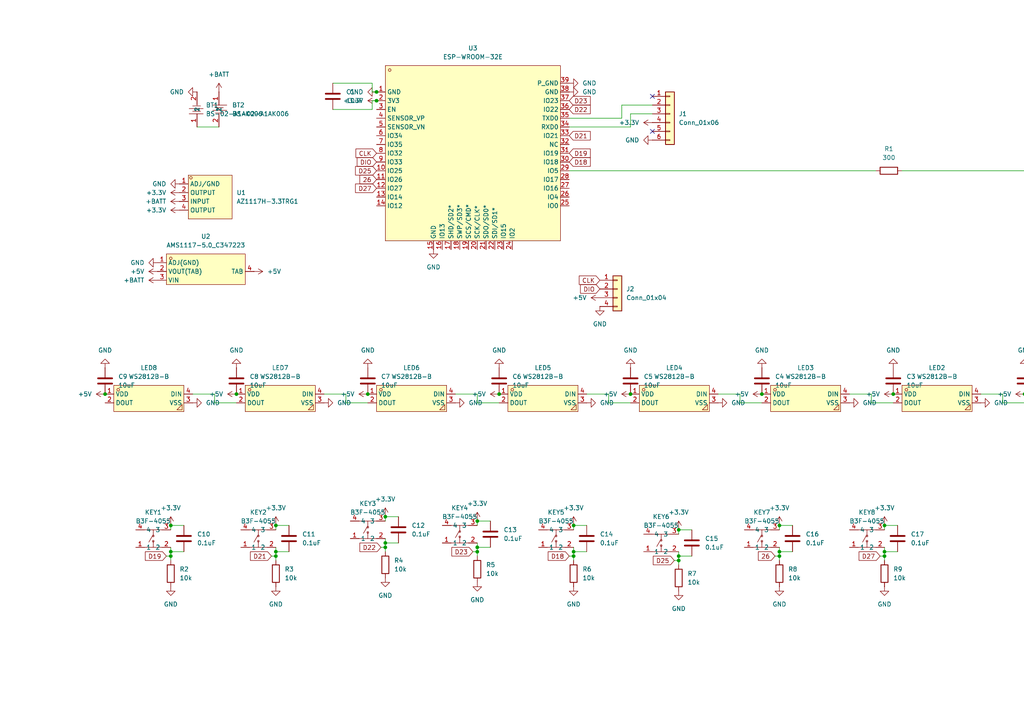
<source format=kicad_sch>
(kicad_sch (version 20231120) (generator "eeschema") (generator_version "8.0")
  (paper "A4")
  (lib_symbols
    (symbol "Connector_Generic:Conn_01x04" (pin_names (offset 1.016) hide)
      (property "Reference" "J" (at 0 5.08 0))
      (property "Value" "Conn_01x04" (at 0 -7.62 0))
      (symbol "Conn_01x04_1_1"
        (rectangle (start -1.27 -4.953) (end 0 -5.207) (stroke (width 0.1524)))
        (rectangle (start -1.27 -2.413) (end 0 -2.667) (stroke (width 0.1524)))
        (rectangle (start -1.27 0.127) (end 0 -0.127) (stroke (width 0.1524)))
        (rectangle (start -1.27 2.667) (end 0 2.413) (stroke (width 0.1524)))
        (rectangle (start -1.27 3.81) (end 1.27 -6.35) (stroke (width 0.254)) (fill (type background)))
        (pin passive line (at -5.08 2.54 0) (length 3.81) (name "Pin_1") (number "1"))
        (pin passive line (at -5.08 0 0) (length 3.81) (name "Pin_2") (number "2"))
        (pin passive line (at -5.08 -2.54 0) (length 3.81) (name "Pin_3") (number "3"))
        (pin passive line (at -5.08 -5.08 0) (length 3.81) (name "Pin_4") (number "4"))
      )
    )
    (symbol "Connector_Generic:Conn_01x06" (pin_names (offset 1.016) hide)
      (property "Reference" "J" (at 0 7.62 0))
      (property "Value" "Conn_01x06" (at 0 -10.16 0))
      (symbol "Conn_01x06_1_1"
        (rectangle (start -1.27 -7.493) (end 0 -7.747) (stroke (width 0.1524)))
        (rectangle (start -1.27 -4.953) (end 0 -5.207) (stroke (width 0.1524)))
        (rectangle (start -1.27 -2.413) (end 0 -2.667) (stroke (width 0.1524)))
        (rectangle (start -1.27 0.127) (end 0 -0.127) (stroke (width 0.1524)))
        (rectangle (start -1.27 2.667) (end 0 2.413) (stroke (width 0.1524)))
        (rectangle (start -1.27 5.207) (end 0 4.953) (stroke (width 0.1524)))
        (rectangle (start -1.27 6.35) (end 1.27 -8.89) (stroke (width 0.254)) (fill (type background)))
        (pin passive line (at -5.08 5.08 0) (length 3.81) (name "Pin_1") (number "1"))
        (pin passive line (at -5.08 2.54 0) (length 3.81) (name "Pin_2") (number "2"))
        (pin passive line (at -5.08 0 0) (length 3.81) (name "Pin_3") (number "3"))
        (pin passive line (at -5.08 -2.54 0) (length 3.81) (name "Pin_4") (number "4"))
        (pin passive line (at -5.08 -5.08 0) (length 3.81) (name "Pin_5") (number "5"))
        (pin passive line (at -5.08 -7.62 0) (length 3.81) (name "Pin_6") (number "6"))
      )
    )
    (symbol "Device:C" (pin_numbers hide) (pin_names (offset 0.254))
      (property "Reference" "C" (at 0.635 2.54 0))
      (property "Value" "C" (at 0.635 -2.54 0))
      (symbol "C_0_1"
        (polyline (pts (xy -2.032 -0.762) (xy 2.032 -0.762)) (stroke (width 0.508)))
        (polyline (pts (xy -2.032 0.762) (xy 2.032 0.762)) (stroke (width 0.508)))
      )
      (symbol "C_1_1"
        (pin passive line (at 0 3.81 270) (length 2.794) (name "~") (number "1"))
        (pin passive line (at 0 -3.81 90) (length 2.794) (name "~") (number "2"))
      )
    )
    (symbol "Device:R" (pin_numbers hide) (pin_names (offset 0))
      (property "Reference" "R" (at 2.032 0 90))
      (property "Value" "R" (at 0 0 90))
      (symbol "R_0_1"
        (rectangle (start -1.016 -2.54) (end 1.016 2.54) (stroke (width 0.254)))
      )
      (symbol "R_1_1"
        (pin passive line (at 0 3.81 270) (length 1.27) (name "~") (number "1"))
        (pin passive line (at 0 -3.81 90) (length 1.27) (name "~") (number "2"))
      )
    )
    (symbol "easyeda2kicad:AMS1117-5.0_C347223"
      (property "Reference" "U" (at 0 7.62 0))
      (property "Value" "AMS1117-5.0_C347223" (at 0 -7.62 0))
      (symbol "AMS1117-5.0_C347223_0_1"
        (rectangle (start -12.7 5.08) (end 10.16 -3.81) (fill (type background)))
        (circle (center -11.43 3.81) (radius 0.38))
        (pin unspecified line (at -15.24 2.54 0) (length 2.54) (name "ADJ(GND)") (number "1"))
        (pin unspecified line (at -15.24 0 0) (length 2.54) (name "VOUT(TAB)") (number "2"))
        (pin unspecified line (at -15.24 -2.54 0) (length 2.54) (name "VIN") (number "3"))
        (pin unspecified line (at 12.7 0 180) (length 2.54) (name "TAB") (number "4"))
      )
    )
    (symbol "easyeda2kicad:AZ1117H-3.3TRG1"
      (property "Reference" "U" (at 0 8.89 0))
      (property "Value" "AZ1117H-3.3TRG1" (at 0 -8.89 0))
      (symbol "AZ1117H-3.3TRG1_0_1"
        (rectangle (start -5.08 6.35) (end 7.62 -6.35) (fill (type background)))
        (circle (center -4.32 5.59) (radius 0.38))
        (pin unspecified line (at -7.62 3.81 0) (length 2.54) (name "ADJ/GND") (number "1"))
        (pin unspecified line (at -7.62 1.27 0) (length 2.54) (name "OUTPUT") (number "2"))
        (pin unspecified line (at -7.62 -1.27 0) (length 2.54) (name "INPUT") (number "3"))
        (pin unspecified line (at -7.62 -3.81 0) (length 2.54) (name "OUTPUT") (number "4"))
      )
    )
    (symbol "easyeda2kicad:B3F-4055"
      (property "Reference" "KEY" (at 0 7.62 0))
      (property "Value" "B3F-4055" (at 0 -7.62 0))
      (symbol "B3F-4055_0_1"
        (circle (center 0 -0.76) (radius 0.25))
        (polyline (pts (xy -2.54 -2.54) (xy 2.54 -2.54)))
        (polyline (pts (xy -2.54 2.54) (xy 2.54 2.54)))
        (polyline (pts (xy -1.27 -1.02) (xy -0.25 0.76)))
        (polyline (pts (xy 0 -2.54) (xy 0 -1.52)))
        (polyline (pts (xy 0 -1.52) (xy 0 -0.76)))
        (polyline (pts (xy 0 2.54) (xy 0 0.76)))
        (circle (center 0 0.76) (radius 0.25))
        (pin unspecified line (at -5.08 -2.54 0) (length 2.54) (name "1") (number "1"))
        (pin unspecified line (at 5.08 -2.54 180) (length 2.54) (name "2") (number "2"))
        (pin unspecified line (at 5.08 2.54 180) (length 2.54) (name "3") (number "3"))
        (pin unspecified line (at -5.08 2.54 0) (length 2.54) (name "4") (number "4"))
      )
    )
    (symbol "easyeda2kicad:BS-02-A1AK006"
      (property "Reference" "BT" (at 0 5.08 0))
      (property "Value" "BS-02-A1AK006" (at 0 -5.08 0))
      (symbol "BS-02-A1AK006_0_1"
        (polyline (pts (xy -1.27 2.29) (xy -1.27 -1.78)))
        (polyline (pts (xy -0.51 1.27) (xy -0.51 -1.02)))
        (polyline (pts (xy 0.25 2.29) (xy 0.25 -1.78)))
        (polyline (pts (xy 1.02 1.27) (xy 1.02 -1.02)))
        (pin input line (at -5.08 0 0) (length 3.81) (name "1") (number "1"))
        (pin input line (at 5.08 0 180) (length 3.81) (name "2") (number "2"))
      )
    )
    (symbol "easyeda2kicad:ESP-WROOM-32E"
      (property "Reference" "U" (at 0 27.94 0))
      (property "Value" "ESP-WROOM-32E" (at 0 -30.48 0))
      (symbol "ESP-WROOM-32E_0_1"
        (rectangle (start -25.4 27.94) (end 25.4 -22.86) (fill (type background)))
        (circle (center -24.13 26.67) (radius 0.38))
        (pin unspecified line (at -27.94 20.32 0) (length 2.54) (name "GND") (number "1"))
        (pin unspecified line (at -27.94 -2.54 0) (length 2.54) (name "IO25") (number "10"))
        (pin unspecified line (at -27.94 -5.08 0) (length 2.54) (name "IO26") (number "11"))
        (pin unspecified line (at -27.94 -7.62 0) (length 2.54) (name "IO27") (number "12"))
        (pin unspecified line (at -27.94 -10.16 0) (length 2.54) (name "IO14") (number "13"))
        (pin unspecified line (at -27.94 -12.7 0) (length 2.54) (name "IO12") (number "14"))
        (pin unspecified line (at -11.43 -25.4 90) (length 2.54) (name "GND") (number "15"))
        (pin unspecified line (at -8.89 -25.4 90) (length 2.54) (name "IO13") (number "16"))
        (pin unspecified line (at -6.35 -25.4 90) (length 2.54) (name "SHD/SD2*") (number "17"))
        (pin unspecified line (at -3.81 -25.4 90) (length 2.54) (name "SWP/SD3*") (number "18"))
        (pin unspecified line (at -1.27 -25.4 90) (length 2.54) (name "SCS/CMD*") (number "19"))
        (pin unspecified line (at -27.94 17.78 0) (length 2.54) (name "3V3") (number "2"))
        (pin unspecified line (at 1.27 -25.4 90) (length 2.54) (name "SCK/CLK*") (number "20"))
        (pin unspecified line (at 3.81 -25.4 90) (length 2.54) (name "SDO/SD0*") (number "21"))
        (pin unspecified line (at 6.35 -25.4 90) (length 2.54) (name "SDI/SD1*") (number "22"))
        (pin unspecified line (at 8.89 -25.4 90) (length 2.54) (name "IO15") (number "23"))
        (pin unspecified line (at 11.43 -25.4 90) (length 2.54) (name "IO2") (number "24"))
        (pin unspecified line (at 27.94 -12.7 180) (length 2.54) (name "IO0") (number "25"))
        (pin unspecified line (at 27.94 -10.16 180) (length 2.54) (name "IO4") (number "26"))
        (pin unspecified line (at 27.94 -7.62 180) (length 2.54) (name "IO16") (number "27"))
        (pin unspecified line (at 27.94 -5.08 180) (length 2.54) (name "IO17") (number "28"))
        (pin unspecified line (at 27.94 -2.54 180) (length 2.54) (name "IO5") (number "29"))
        (pin unspecified line (at -27.94 15.24 0) (length 2.54) (name "EN") (number "3"))
        (pin unspecified line (at 27.94 0 180) (length 2.54) (name "IO18") (number "30"))
        (pin unspecified line (at 27.94 2.54 180) (length 2.54) (name "IO19") (number "31"))
        (pin unspecified line (at 27.94 5.08 180) (length 2.54) (name "NC") (number "32"))
        (pin unspecified line (at 27.94 7.62 180) (length 2.54) (name "IO21") (number "33"))
        (pin unspecified line (at 27.94 10.16 180) (length 2.54) (name "RXD0") (number "34"))
        (pin unspecified line (at 27.94 12.7 180) (length 2.54) (name "TXD0") (number "35"))
        (pin unspecified line (at 27.94 15.24 180) (length 2.54) (name "IO22") (number "36"))
        (pin unspecified line (at 27.94 17.78 180) (length 2.54) (name "IO23") (number "37"))
        (pin unspecified line (at 27.94 20.32 180) (length 2.54) (name "GND") (number "38"))
        (pin unspecified line (at 27.94 22.86 180) (length 2.54) (name "P_GND") (number "39"))
        (pin unspecified line (at -27.94 12.7 0) (length 2.54) (name "SENSOR_VP") (number "4"))
        (pin unspecified line (at -27.94 10.16 0) (length 2.54) (name "SENSOR_VN") (number "5"))
        (pin unspecified line (at -27.94 7.62 0) (length 2.54) (name "IO34") (number "6"))
        (pin unspecified line (at -27.94 5.08 0) (length 2.54) (name "IO35") (number "7"))
        (pin unspecified line (at -27.94 2.54 0) (length 2.54) (name "IO32") (number "8"))
        (pin unspecified line (at -27.94 0 0) (length 2.54) (name "IO33") (number "9"))
      )
    )
    (symbol "easyeda2kicad:WS2812B-B"
      (property "Reference" "LED" (at 0 6.35 0))
      (property "Value" "WS2812B-B" (at 0 -6.35 0))
      (symbol "WS2812B-B_0_1"
        (rectangle (start -10.16 3.81) (end 10.16 -3.81) (fill (type background)))
        (circle (center -8.89 2.54) (radius 0.38))
        (polyline (pts (xy 9.65 -1.78) (xy 9.65 -3.3) (xy 8.13 -3.3) (xy 9.65 -1.78)) (fill (type background)))
        (pin unspecified line (at -12.7 1.27 0) (length 2.54) (name "VDD") (number "1"))
        (pin unspecified line (at -12.7 -1.27 0) (length 2.54) (name "DOUT") (number "2"))
        (pin unspecified line (at 12.7 -1.27 180) (length 2.54) (name "VSS") (number "3"))
        (pin unspecified line (at 12.7 1.27 180) (length 2.54) (name "DIN") (number "4"))
      )
    )
    (symbol "power:+3.3V" (power) (pin_numbers hide) (pin_names (offset 0) hide)
      (property "Value" "+3.3V" (at 0 3.556 0))
      (symbol "+3.3V_0_1"
        (polyline (pts (xy -0.762 1.27) (xy 0 2.54)))
        (polyline (pts (xy 0 0) (xy 0 2.54)))
        (polyline (pts (xy 0 2.54) (xy 0.762 1.27)))
      )
      (symbol "+3.3V_1_1"
        (pin power_in line (at 0 0 90) (length 0) (name "~") (number "1"))
      )
    )
    (symbol "power:+5V" (power) (pin_numbers hide) (pin_names (offset 0) hide)
      (property "Value" "+5V" (at 0 3.556 0))
      (symbol "+5V_0_1"
        (polyline (pts (xy -0.762 1.27) (xy 0 2.54)))
        (polyline (pts (xy 0 0) (xy 0 2.54)))
        (polyline (pts (xy 0 2.54) (xy 0.762 1.27)))
      )
      (symbol "+5V_1_1"
        (pin power_in line (at 0 0 90) (length 0) (name "~") (number "1"))
      )
    )
    (symbol "power:+BATT" (power) (pin_numbers hide) (pin_names (offset 0) hide)
      (property "Value" "+BATT" (at 0 3.556 0))
      (symbol "+BATT_0_1"
        (polyline (pts (xy -0.762 1.27) (xy 0 2.54)))
        (polyline (pts (xy 0 0) (xy 0 2.54)))
        (polyline (pts (xy 0 2.54) (xy 0.762 1.27)))
      )
      (symbol "+BATT_1_1"
        (pin power_in line (at 0 0 90) (length 0) (name "~") (number "1"))
      )
    )
    (symbol "power:GND" (power) (pin_numbers hide) (pin_names (offset 0) hide)
      (property "Value" "GND" (at 0 -3.81 0))
      (symbol "GND_0_1"
        (polyline (pts (xy 0 0) (xy 0 -1.27) (xy 1.27 -1.27) (xy 0 -2.54) (xy -1.27 -1.27) (xy 0 -1.27)))
      )
      (symbol "GND_1_1"
        (pin power_in line (at 0 0 270) (length 0) (name "~") (number "1"))
      )
    )
  )
  (junction (at 256.54 161.29))
  (junction (at 80.01 160.02))
  (junction (at 226.06 161.29))
  (junction (at 166.37 152.4))
  (junction (at 138.43 158.75))
  (junction (at 138.43 151.13))
  (junction (at 111.76 149.86))
  (junction (at 106.68 114.3))
  (junction (at 196.85 162.56))
  (junction (at 144.78 114.3))
  (junction (at 138.43 160.02))
  (junction (at 109.22 26.67))
  (junction (at 111.76 157.48))
  (junction (at 297.18 114.3))
  (junction (at 166.37 161.29))
  (junction (at 49.53 161.29))
  (junction (at 256.54 160.02))
  (junction (at 49.53 160.02))
  (junction (at 166.37 160.02))
  (junction (at 256.54 152.4))
  (junction (at 196.85 153.67))
  (junction (at 68.58 114.3))
  (junction (at 226.06 160.02))
  (junction (at 259.08 114.3))
  (junction (at 111.76 158.75))
  (junction (at 226.06 152.4))
  (junction (at 80.01 161.29))
  (junction (at 196.85 161.29))
  (junction (at 49.53 152.4))
  (junction (at 220.98 114.3))
  (junction (at 109.22 29.21))
  (junction (at 80.01 152.4))
  (junction (at 30.48 114.3))
  (junction (at 182.88 114.3))
  (no_connect (at 189.23 38.1))
  (no_connect (at 189.23 27.94))
  (wire (pts (xy 96.52 24.13) (xy 107.95 24.13)))
  (wire (pts (xy 195.58 162.56) (xy 196.85 162.56)))
  (wire (pts (xy 256.54 160.02) (xy 256.54 161.29)))
  (wire (pts (xy 176.53 116.84) (xy 176.53 114.3)))
  (wire (pts (xy 297.18 116.84) (xy 290.83 116.84)))
  (wire (pts (xy 226.06 160.02) (xy 229.87 160.02)))
  (wire (pts (xy 226.06 160.02) (xy 226.06 158.75)))
  (wire (pts (xy 196.85 153.67) (xy 196.85 154.94)))
  (wire (pts (xy 214.63 116.84) (xy 214.63 114.3)))
  (wire (pts (xy 165.1 49.53) (xy 254 49.53)))
  (wire (pts (xy 165.1 161.29) (xy 166.37 161.29)))
  (wire (pts (xy 138.43 114.3) (xy 132.08 114.3)))
  (wire (pts (xy 111.76 158.75) (xy 111.76 160.02)))
  (wire (pts (xy 111.76 157.48) (xy 111.76 158.75)))
  (wire (pts (xy 322.58 114.3) (xy 322.58 49.53)))
  (wire (pts (xy 170.18 152.4) (xy 166.37 152.4)))
  (wire (pts (xy 166.37 160.02) (xy 166.37 158.75)))
  (wire (pts (xy 80.01 161.29) (xy 80.01 162.56)))
  (wire (pts (xy 255.27 161.29) (xy 256.54 161.29)))
  (wire (pts (xy 96.52 31.75) (xy 107.95 31.75)))
  (wire (pts (xy 260.35 152.4) (xy 256.54 152.4)))
  (wire (pts (xy 182.88 36.83) (xy 165.1 36.83)))
  (wire (pts (xy 83.82 152.4) (xy 80.01 152.4)))
  (wire (pts (xy 107.95 26.67) (xy 109.22 26.67)))
  (wire (pts (xy 196.85 161.29) (xy 196.85 160.02)))
  (wire (pts (xy 229.87 152.4) (xy 226.06 152.4)))
  (wire (pts (xy 111.76 149.86) (xy 111.76 151.13)))
  (wire (pts (xy 78.74 161.29) (xy 80.01 161.29)))
  (wire (pts (xy 138.43 158.75) (xy 138.43 160.02)))
  (wire (pts (xy 49.53 160.02) (xy 49.53 158.75)))
  (wire (pts (xy 107.95 24.13) (xy 107.95 26.67)))
  (wire (pts (xy 180.34 30.48) (xy 189.23 30.48)))
  (wire (pts (xy 290.83 114.3) (xy 284.48 114.3)))
  (wire (pts (xy 57.15 36.83) (xy 63.5 36.83)))
  (wire (pts (xy 256.54 160.02) (xy 260.35 160.02)))
  (wire (pts (xy 165.1 34.29) (xy 180.34 34.29)))
  (wire (pts (xy 166.37 152.4) (xy 166.37 153.67)))
  (wire (pts (xy 226.06 152.4) (xy 226.06 153.67)))
  (wire (pts (xy 200.66 153.67) (xy 196.85 153.67)))
  (wire (pts (xy 214.63 114.3) (xy 208.28 114.3)))
  (wire (pts (xy 256.54 160.02) (xy 256.54 158.75)))
  (wire (pts (xy 290.83 116.84) (xy 290.83 114.3)))
  (wire (pts (xy 226.06 161.29) (xy 226.06 162.56)))
  (wire (pts (xy 138.43 158.75) (xy 142.24 158.75)))
  (wire (pts (xy 256.54 152.4) (xy 256.54 153.67)))
  (wire (pts (xy 182.88 33.02) (xy 182.88 36.83)))
  (wire (pts (xy 80.01 160.02) (xy 80.01 161.29)))
  (wire (pts (xy 68.58 116.84) (xy 62.23 116.84)))
  (wire (pts (xy 49.53 161.29) (xy 49.53 162.56)))
  (wire (pts (xy 100.33 116.84) (xy 100.33 114.3)))
  (wire (pts (xy 138.43 160.02) (xy 138.43 161.29)))
  (wire (pts (xy 111.76 157.48) (xy 115.57 157.48)))
  (wire (pts (xy 256.54 161.29) (xy 256.54 162.56)))
  (wire (pts (xy 252.73 116.84) (xy 252.73 114.3)))
  (wire (pts (xy 80.01 160.02) (xy 83.82 160.02)))
  (wire (pts (xy 49.53 160.02) (xy 53.34 160.02)))
  (wire (pts (xy 80.01 160.02) (xy 80.01 158.75)))
  (wire (pts (xy 196.85 162.56) (xy 196.85 163.83)))
  (wire (pts (xy 62.23 114.3) (xy 55.88 114.3)))
  (wire (pts (xy 138.43 151.13) (xy 138.43 152.4)))
  (wire (pts (xy 189.23 33.02) (xy 182.88 33.02)))
  (wire (pts (xy 166.37 161.29) (xy 166.37 162.56)))
  (wire (pts (xy 115.57 149.86) (xy 111.76 149.86)))
  (wire (pts (xy 107.95 31.75) (xy 107.95 29.21)))
  (wire (pts (xy 100.33 114.3) (xy 93.98 114.3)))
  (wire (pts (xy 196.85 161.29) (xy 196.85 162.56)))
  (wire (pts (xy 107.95 29.21) (xy 109.22 29.21)))
  (wire (pts (xy 62.23 116.84) (xy 62.23 114.3)))
  (wire (pts (xy 224.79 161.29) (xy 226.06 161.29)))
  (wire (pts (xy 322.58 49.53) (xy 261.62 49.53)))
  (wire (pts (xy 53.34 152.4) (xy 49.53 152.4)))
  (wire (pts (xy 176.53 114.3) (xy 170.18 114.3)))
  (wire (pts (xy 106.68 116.84) (xy 100.33 116.84)))
  (wire (pts (xy 226.06 160.02) (xy 226.06 161.29)))
  (wire (pts (xy 110.49 158.75) (xy 111.76 158.75)))
  (wire (pts (xy 49.53 160.02) (xy 49.53 161.29)))
  (wire (pts (xy 166.37 160.02) (xy 166.37 161.29)))
  (wire (pts (xy 111.76 157.48) (xy 111.76 156.21)))
  (wire (pts (xy 49.53 152.4) (xy 49.53 153.67)))
  (wire (pts (xy 144.78 116.84) (xy 138.43 116.84)))
  (wire (pts (xy 196.85 161.29) (xy 200.66 161.29)))
  (wire (pts (xy 137.16 160.02) (xy 138.43 160.02)))
  (wire (pts (xy 48.26 161.29) (xy 49.53 161.29)))
  (wire (pts (xy 259.08 116.84) (xy 252.73 116.84)))
  (wire (pts (xy 182.88 116.84) (xy 176.53 116.84)))
  (wire (pts (xy 142.24 151.13) (xy 138.43 151.13)))
  (wire (pts (xy 166.37 160.02) (xy 170.18 160.02)))
  (wire (pts (xy 252.73 114.3) (xy 246.38 114.3)))
  (wire (pts (xy 220.98 116.84) (xy 214.63 116.84)))
  (wire (pts (xy 138.43 116.84) (xy 138.43 114.3)))
  (wire (pts (xy 80.01 152.4) (xy 80.01 153.67)))
  (wire (pts (xy 138.43 158.75) (xy 138.43 157.48)))
  (wire (pts (xy 180.34 34.29) (xy 180.34 30.48)))
  (global_label "D21" (shape input) (at 78.74 161.29 180) (property "Intersheetrefs" "${INTERSHEET_REFS}" (effects (hide yes))))
  (global_label "D22" (shape input) (at 110.49 158.75 180) (property "Intersheetrefs" "${INTERSHEET_REFS}" (effects (hide yes))))
  (global_label "D18" (shape input) (at 165.1 46.99 0) (property "Intersheetrefs" "${INTERSHEET_REFS}" (effects (hide yes))))
  (global_label "D22" (shape input) (at 165.1 31.75 0) (property "Intersheetrefs" "${INTERSHEET_REFS}" (effects (hide yes))))
  (global_label "CLK" (shape input) (at 109.22 44.45 180) (property "Intersheetrefs" "${INTERSHEET_REFS}" (effects (hide yes))))
  (global_label "D19" (shape input) (at 165.1 44.45 0) (property "Intersheetrefs" "${INTERSHEET_REFS}" (effects (hide yes))))
  (global_label "D23" (shape input) (at 165.1 29.21 0) (property "Intersheetrefs" "${INTERSHEET_REFS}" (effects (hide yes))))
  (global_label "26" (shape input) (at 109.22 52.07 180) (property "Intersheetrefs" "${INTERSHEET_REFS}" (effects (hide yes))))
  (global_label "D27" (shape input) (at 255.27 161.29 180) (property "Intersheetrefs" "${INTERSHEET_REFS}" (effects (hide yes))))
  (global_label "DIO" (shape input) (at 173.99 83.82 180) (property "Intersheetrefs" "${INTERSHEET_REFS}" (effects (hide yes))))
  (global_label "D23" (shape input) (at 137.16 160.02 180) (property "Intersheetrefs" "${INTERSHEET_REFS}" (effects (hide yes))))
  (global_label "CLK" (shape input) (at 173.99 81.28 180) (property "Intersheetrefs" "${INTERSHEET_REFS}" (effects (hide yes))))
  (global_label "D25" (shape input) (at 195.58 162.56 180) (property "Intersheetrefs" "${INTERSHEET_REFS}" (effects (hide yes))))
  (global_label "D18" (shape input) (at 165.1 161.29 180) (property "Intersheetrefs" "${INTERSHEET_REFS}" (effects (hide yes))))
  (global_label "D25" (shape input) (at 109.22 49.53 180) (property "Intersheetrefs" "${INTERSHEET_REFS}" (effects (hide yes))))
  (global_label "D27" (shape input) (at 109.22 54.61 180) (property "Intersheetrefs" "${INTERSHEET_REFS}" (effects (hide yes))))
  (global_label "DIO" (shape input) (at 109.22 46.99 180) (property "Intersheetrefs" "${INTERSHEET_REFS}" (effects (hide yes))))
  (global_label "D19" (shape input) (at 48.26 161.29 180) (property "Intersheetrefs" "${INTERSHEET_REFS}" (effects (hide yes))))
  (global_label "26" (shape input) (at 224.79 161.29 180) (property "Intersheetrefs" "${INTERSHEET_REFS}" (effects (hide yes))))
  (global_label "D21" (shape input) (at 165.1 39.37 0) (property "Intersheetrefs" "${INTERSHEET_REFS}" (effects (hide yes))))
  (symbol (lib_id "power:+3.3V") (at 189.23 35.56 90) (unit 1)
    (property "Reference" "#PWR016" (effects (hide yes)))
    (property "Value" "+3.3V" (at 185.42 35.5599 90) (effects (justify left)))
    (property "Description" "Power symbol creates a global label with name \"+3.3V\"" (effects (hide yes)))
  )
  (symbol (lib_id "power:GND") (at 49.53 170.18 0) (unit 1)
    (property "Reference" "#PWR043" (effects (hide yes)))
    (property "Value" "GND" (at 49.53 175.26 0))
    (property "Description" "Power symbol creates a global label with name \"GND\" , ground" (effects (hide yes)))
  )
  (symbol (lib_id "easyeda2kicad:WS2812B-B") (at 81.28 115.57 0) (unit 1)
    (property "Reference" "LED7" (at 81.28 106.68 0))
    (property "Value" "WS2812B-B" (at 81.28 109.22 0))
    (property "Footprint" "easyeda2kicad:LED-SMD_4P-L5.0-W5.0-BL_TC5050RGB" (effects (hide yes)))
    (property "Datasheet" "https://lcsc.com/product-detail/Light-Emitting-Diodes-LED_5050-RGBIntegrated-Light-4Pin_C114586.html" (effects (hide yes)))
    (property "LCSC Part" "C114586" (effects (hide yes)))
  )
  (symbol (lib_id "Device:C") (at 220.98 110.49 0) (unit 1)
    (property "Reference" "C4" (at 224.79 109.2199 0) (effects (justify left)))
    (property "Value" "10uF" (at 224.79 111.7599 0) (effects (justify left)))
    (property "Footprint" "Capacitor_SMD:C_0603_1608Metric" (effects (hide yes)))
    (property "Description" "Unpolarized capacitor" (effects (hide yes)))
    (property "LCSC" "C19702" (effects (hide yes)))
  )
  (symbol (lib_id "power:GND") (at 182.88 106.68 180) (unit 1)
    (property "Reference" "#PWR027" (effects (hide yes)))
    (property "Value" "GND" (at 182.88 101.6 0))
    (property "Description" "Power symbol creates a global label with name \"GND\" , ground" (effects (hide yes)))
  )
  (symbol (lib_id "Device:C") (at 170.18 156.21 0) (unit 1)
    (property "Reference" "C14" (at 173.99 154.9399 0) (effects (justify left)))
    (property "Value" "0.1uF" (at 173.99 157.4799 0) (effects (justify left)))
    (property "Footprint" "Capacitor_SMD:C_0603_1608Metric" (effects (hide yes)))
    (property "Description" "Unpolarized capacitor" (effects (hide yes)))
    (property "LCSC" "C282519" (effects (hide yes)))
  )
  (symbol (lib_id "power:GND") (at 165.1 24.13 90) (unit 1)
    (property "Reference" "#PWR014" (effects (hide yes)))
    (property "Value" "GND" (at 168.91 24.1299 90) (effects (justify right)))
    (property "Description" "Power symbol creates a global label with name \"GND\" , ground" (effects (hide yes)))
  )
  (symbol (lib_id "power:+3.3V") (at 166.37 152.4 0) (unit 1)
    (property "Reference" "#PWR050" (effects (hide yes)))
    (property "Value" "+3.3V" (at 166.37 147.32 0))
    (property "Description" "Power symbol creates a global label with name \"+3.3V\"" (effects (hide yes)))
  )
  (symbol (lib_id "power:GND") (at 30.48 106.68 180) (unit 1)
    (property "Reference" "#PWR039" (effects (hide yes)))
    (property "Value" "GND" (at 30.48 101.6 0))
    (property "Description" "Power symbol creates a global label with name \"GND\" , ground" (effects (hide yes)))
  )
  (symbol (lib_id "power:+3.3V") (at 111.76 149.86 0) (unit 1)
    (property "Reference" "#PWR046" (effects (hide yes)))
    (property "Value" "+3.3V" (at 111.76 144.78 0))
    (property "Description" "Power symbol creates a global label with name \"+3.3V\"" (effects (hide yes)))
  )
  (symbol (lib_id "easyeda2kicad:AMS1117-5.0_C347223") (at 60.96 78.74 0) (unit 1)
    (property "Reference" "U2" (at 59.69 68.58 0))
    (property "Value" "AMS1117-5.0_C347223" (at 59.69 71.12 0))
    (property "Footprint" "easyeda2kicad:SOT-223_L6.7-W3.5-P2.30-BR" (effects (hide yes)))
    (property "Datasheet" "https://lcsc.com/product-detail/Others_Youtai-Semiconductor-Co-Ltd-AMS1117-5-0_C347223.html" (effects (hide yes)))
    (property "LCSC Part" "C347223" (effects (hide yes)))
  )
  (symbol (lib_id "power:+5V") (at 259.08 114.3 90) (unit 1)
    (property "Reference" "#PWR022" (effects (hide yes)))
    (property "Value" "+5V" (at 255.27 114.2999 90) (effects (justify left)))
    (property "Description" "Power symbol creates a global label with name \"+5V\"" (effects (hide yes)))
  )
  (symbol (lib_id "power:GND") (at 144.78 106.68 180) (unit 1)
    (property "Reference" "#PWR030" (effects (hide yes)))
    (property "Value" "GND" (at 144.78 101.6 0))
    (property "Description" "Power symbol creates a global label with name \"GND\" , ground" (effects (hide yes)))
  )
  (symbol (lib_id "power:GND") (at 208.28 116.84 90) (unit 1)
    (property "Reference" "#PWR029" (effects (hide yes)))
    (property "Value" "GND" (at 212.09 116.8399 90) (effects (justify right)))
    (property "Description" "Power symbol creates a global label with name \"GND\" , ground" (effects (hide yes)))
  )
  (symbol (lib_id "easyeda2kicad:WS2812B-B") (at 271.78 115.57 0) (unit 1)
    (property "Reference" "LED2" (at 271.78 106.68 0))
    (property "Value" "WS2812B-B" (at 271.78 109.22 0))
    (property "Footprint" "easyeda2kicad:LED-SMD_4P-L5.0-W5.0-BL_TC5050RGB" (effects (hide yes)))
    (property "Datasheet" "https://lcsc.com/product-detail/Light-Emitting-Diodes-LED_5050-RGBIntegrated-Light-4Pin_C114586.html" (effects (hide yes)))
    (property "LCSC Part" "C114586" (effects (hide yes)))
  )
  (symbol (lib_id "easyeda2kicad:WS2812B-B") (at 309.88 115.57 0) (unit 1)
    (property "Reference" "LED1" (at 309.88 106.68 0))
    (property "Value" "WS2812B-B" (at 309.88 109.22 0))
    (property "Footprint" "easyeda2kicad:LED-SMD_4P-L5.0-W5.0-BL_TC5050RGB" (effects (hide yes)))
    (property "Datasheet" "https://lcsc.com/product-detail/Light-Emitting-Diodes-LED_5050-RGBIntegrated-Light-4Pin_C114586.html" (effects (hide yes)))
    (property "LCSC Part" "C114586" (effects (hide yes)))
  )
  (symbol (lib_id "power:+5V") (at 106.68 114.3 90) (unit 1)
    (property "Reference" "#PWR034" (effects (hide yes)))
    (property "Value" "+5V" (at 102.87 114.2999 90) (effects (justify left)))
    (property "Description" "Power symbol creates a global label with name \"+5V\"" (effects (hide yes)))
  )
  (symbol (lib_id "power:+3.3V") (at 138.43 151.13 0) (unit 1)
    (property "Reference" "#PWR048" (effects (hide yes)))
    (property "Value" "+3.3V" (at 138.43 146.05 0))
    (property "Description" "Power symbol creates a global label with name \"+3.3V\"" (effects (hide yes)))
  )
  (symbol (lib_id "power:GND") (at 125.73 72.39 0) (unit 1)
    (property "Reference" "#PWR013" (effects (hide yes)))
    (property "Value" "GND" (at 125.73 77.47 0))
    (property "Description" "Power symbol creates a global label with name \"GND\" , ground" (effects (hide yes)))
  )
  (symbol (lib_id "power:GND") (at 246.38 116.84 90) (unit 1)
    (property "Reference" "#PWR026" (effects (hide yes)))
    (property "Value" "GND" (at 250.19 116.8399 90) (effects (justify right)))
    (property "Description" "Power symbol creates a global label with name \"GND\" , ground" (effects (hide yes)))
  )
  (symbol (lib_id "power:GND") (at 55.88 116.84 90) (unit 1)
    (property "Reference" "#PWR041" (effects (hide yes)))
    (property "Value" "GND" (at 59.69 116.8399 90) (effects (justify right)))
    (property "Description" "Power symbol creates a global label with name \"GND\" , ground" (effects (hide yes)))
  )
  (symbol (lib_id "power:+BATT") (at 45.72 81.28 90) (unit 1)
    (property "Reference" "#PWR03" (effects (hide yes)))
    (property "Value" "+BATT" (at 41.91 81.2799 90) (effects (justify left)))
    (property "Description" "Power symbol creates a global label with name \"+BATT\"" (effects (hide yes)))
  )
  (symbol (lib_id "power:+3.3V") (at 109.22 29.21 90) (unit 1)
    (property "Reference" "#PWR012" (effects (hide yes)))
    (property "Value" "+3.3V" (at 105.41 29.2099 90) (effects (justify left)))
    (property "Description" "Power symbol creates a global label with name \"+3.3V\"" (effects (hide yes)))
  )
  (symbol (lib_id "power:GND") (at 106.68 106.68 180) (unit 1)
    (property "Reference" "#PWR033" (effects (hide yes)))
    (property "Value" "GND" (at 106.68 101.6 0))
    (property "Description" "Power symbol creates a global label with name \"GND\" , ground" (effects (hide yes)))
  )
  (symbol (lib_id "power:GND") (at 196.85 171.45 0) (unit 1)
    (property "Reference" "#PWR053" (effects (hide yes)))
    (property "Value" "GND" (at 196.85 176.53 0))
    (property "Description" "Power symbol creates a global label with name \"GND\" , ground" (effects (hide yes)))
  )
  (symbol (lib_id "Device:C") (at 68.58 110.49 0) (unit 1)
    (property "Reference" "C8" (at 72.39 109.2199 0) (effects (justify left)))
    (property "Value" "10uF" (at 72.39 111.7599 0) (effects (justify left)))
    (property "Footprint" "Capacitor_SMD:C_0603_1608Metric" (effects (hide yes)))
    (property "Description" "Unpolarized capacitor" (effects (hide yes)))
    (property "LCSC" "C19702" (effects (hide yes)))
  )
  (symbol (lib_id "Device:R") (at 226.06 166.37 180) (unit 1)
    (property "Reference" "R8" (at 228.6 165.0999 0) (effects (justify right)))
    (property "Value" "10k" (at 228.6 167.6399 0) (effects (justify right)))
    (property "Footprint" "Resistor_SMD:R_0603_1608Metric" (effects (hide yes)))
    (property "Description" "Resistor" (effects (hide yes)))
    (property "LCSC" "C25804" (effects (hide yes)))
  )
  (symbol (lib_id "Device:C") (at 229.87 156.21 0) (unit 1)
    (property "Reference" "C16" (at 233.68 154.9399 0) (effects (justify left)))
    (property "Value" "0.1uF" (at 233.68 157.4799 0) (effects (justify left)))
    (property "Footprint" "Capacitor_SMD:C_0603_1608Metric" (effects (hide yes)))
    (property "Description" "Unpolarized capacitor" (effects (hide yes)))
    (property "LCSC" "C282519" (effects (hide yes)))
  )
  (symbol (lib_id "power:GND") (at 284.48 116.84 90) (unit 1)
    (property "Reference" "#PWR023" (effects (hide yes)))
    (property "Value" "GND" (at 288.29 116.8399 90) (effects (justify right)))
    (property "Description" "Power symbol creates a global label with name \"GND\" , ground" (effects (hide yes)))
  )
  (symbol (lib_id "power:+BATT") (at 63.5 26.67 0) (unit 1)
    (property "Reference" "#PWR09" (effects (hide yes)))
    (property "Value" "+BATT" (at 63.5 21.59 0))
    (property "Description" "Power symbol creates a global label with name \"+BATT\"" (effects (hide yes)))
  )
  (symbol (lib_id "Device:C") (at 142.24 154.94 0) (unit 1)
    (property "Reference" "C13" (at 146.05 153.6699 0) (effects (justify left)))
    (property "Value" "0.1uF" (at 146.05 156.2099 0) (effects (justify left)))
    (property "Footprint" "Capacitor_SMD:C_0603_1608Metric" (effects (hide yes)))
    (property "Description" "Unpolarized capacitor" (effects (hide yes)))
    (property "LCSC" "C282519" (effects (hide yes)))
  )
  (symbol (lib_id "power:GND") (at 322.58 116.84 90) (unit 1)
    (property "Reference" "#PWR019" (effects (hide yes)))
    (property "Value" "GND" (at 326.39 116.8399 90) (effects (justify right)))
    (property "Description" "Power symbol creates a global label with name \"GND\" , ground" (effects (hide yes)))
  )
  (symbol (lib_id "easyeda2kicad:ESP-WROOM-32E") (at 137.16 46.99 0) (unit 1)
    (property "Reference" "U3" (at 137.16 13.97 0))
    (property "Value" "ESP-WROOM-32E" (at 137.16 16.51 0))
    (property "Footprint" "easyeda2kicad:COMM-SMD_ESP-WROOM-32D" (effects (hide yes)))
    (property "LCSC Part" "C19949066" (effects (hide yes)))
  )
  (symbol (lib_id "Device:C") (at 96.52 27.94 180) (unit 1)
    (property "Reference" "C1" (at 100.33 26.6699 0) (effects (justify right)))
    (property "Value" "10uF" (at 100.33 29.2099 0) (effects (justify right)))
    (property "Footprint" "Capacitor_SMD:C_0603_1608Metric" (effects (hide yes)))
    (property "Description" "Unpolarized capacitor" (effects (hide yes)))
    (property "LCSC" "C19702" (effects (hide yes)))
  )
  (symbol (lib_id "power:GND") (at 189.23 40.64 270) (unit 1)
    (property "Reference" "#PWR017" (effects (hide yes)))
    (property "Value" "GND" (at 185.42 40.6399 90) (effects (justify right)))
    (property "Description" "Power symbol creates a global label with name \"GND\" , ground" (effects (hide yes)))
  )
  (symbol (lib_id "power:GND") (at 45.72 76.2 270) (unit 1)
    (property "Reference" "#PWR01" (effects (hide yes)))
    (property "Value" "GND" (at 41.91 76.1999 90) (effects (justify right)))
    (property "Description" "Power symbol creates a global label with name \"GND\" , ground" (effects (hide yes)))
  )
  (symbol (lib_id "Device:R") (at 257.81 49.53 90) (unit 1)
    (property "Reference" "R1" (at 257.81 43.18 90))
    (property "Value" "300" (at 257.81 45.72 90))
    (property "Footprint" "Resistor_SMD:R_0603_1608Metric" (effects (hide yes)))
    (property "Description" "Resistor" (effects (hide yes)))
    (property "LCSC" "C114617" (effects (hide yes)))
  )
  (symbol (lib_id "easyeda2kicad:B3F-4055") (at 251.46 156.21 0) (unit 1)
    (property "Reference" "KEY8" (at 251.46 148.59 0))
    (property "Value" "B3F-4055" (at 251.46 151.13 0))
    (property "Footprint" "easyeda2kicad:KEY-TH_4P-L12.0-W12.0-P5.00-LS13.4-EH" (effects (hide yes)))
    (property "Datasheet" "https://lcsc.com/product-detail/Tactile-Switches_OMRON_B3F-4055_12-12x7-3-Operational-force-2-55N-0-3mm_C84931.html" (effects (hide yes)))
    (property "LCSC Part" "C84931" (effects (hide yes)))
  )
  (symbol (lib_id "easyeda2kicad:B3F-4055") (at 44.45 156.21 0) (unit 1)
    (property "Reference" "KEY1" (at 44.45 148.59 0))
    (property "Value" "B3F-4055" (at 44.45 151.13 0))
    (property "Footprint" "easyeda2kicad:KEY-TH_4P-L12.0-W12.0-P5.00-LS13.4-EH" (effects (hide yes)))
    (property "Datasheet" "https://lcsc.com/product-detail/Tactile-Switches_OMRON_B3F-4055_12-12x7-3-Operational-force-2-55N-0-3mm_C84931.html" (effects (hide yes)))
    (property "LCSC Part" "C84931" (effects (hide yes)))
  )
  (symbol (lib_id "easyeda2kicad:B3F-4055") (at 161.29 156.21 0) (unit 1)
    (property "Reference" "KEY5" (at 161.29 148.59 0))
    (property "Value" "B3F-4055" (at 161.29 151.13 0))
    (property "Footprint" "easyeda2kicad:KEY-TH_4P-L12.0-W12.0-P5.00-LS13.4-EH" (effects (hide yes)))
    (property "Datasheet" "https://lcsc.com/product-detail/Tactile-Switches_OMRON_B3F-4055_12-12x7-3-Operational-force-2-55N-0-3mm_C84931.html" (effects (hide yes)))
    (property "LCSC Part" "C84931" (effects (hide yes)))
  )
  (symbol (lib_id "easyeda2kicad:WS2812B-B") (at 43.18 115.57 0) (unit 1)
    (property "Reference" "LED8" (at 43.18 106.68 0))
    (property "Value" "WS2812B-B" (at 43.18 109.22 0))
    (property "Footprint" "easyeda2kicad:LED-SMD_4P-L5.0-W5.0-BL_TC5050RGB" (effects (hide yes)))
    (property "Datasheet" "https://lcsc.com/product-detail/Light-Emitting-Diodes-LED_5050-RGBIntegrated-Light-4Pin_C114586.html" (effects (hide yes)))
    (property "LCSC Part" "C114586" (effects (hide yes)))
  )
  (symbol (lib_id "easyeda2kicad:BS-02-A1AK006") (at 57.15 31.75 90) (unit 1)
    (property "Reference" "BT1" (at 59.69 30.4799 90) (effects (justify right)))
    (property "Value" "BS-02-A1AK006" (at 59.69 33.0199 90) (effects (justify right)))
    (property "Footprint" "easyeda2kicad:BAT-TH_BS-02-A1AK006" (effects (hide yes)))
    (property "LCSC Part" "C964746" (effects (hide yes)))
  )
  (symbol (lib_id "Connector_Generic:Conn_01x06") (at 194.31 33.02 0) (unit 1)
    (property "Reference" "J1" (at 196.85 33.0199 0) (effects (justify left)))
    (property "Value" "Conn_01x06" (at 196.85 35.5599 0) (effects (justify left)))
    (property "Footprint" "Connector_PinSocket_2.54mm:PinSocket_1x06_P2.54mm_Vertical" (effects (hide yes)))
    (property "Description" "Generic connector, single row, 01x06, script generated (kicad-library-utils/schlib/autogen/connector/)" (effects (hide yes)))
  )
  (symbol (lib_id "power:GND") (at 93.98 116.84 90) (unit 1)
    (property "Reference" "#PWR038" (effects (hide yes)))
    (property "Value" "GND" (at 97.79 116.8399 90) (effects (justify right)))
    (property "Description" "Power symbol creates a global label with name \"GND\" , ground" (effects (hide yes)))
  )
  (symbol (lib_id "power:+5V") (at 297.18 114.3 90) (unit 1)
    (property "Reference" "#PWR018" (effects (hide yes)))
    (property "Value" "+5V" (at 293.37 114.2999 90) (effects (justify left)))
    (property "Description" "Power symbol creates a global label with name \"+5V\"" (effects (hide yes)))
  )
  (symbol (lib_id "Connector_Generic:Conn_01x04") (at 179.07 83.82 0) (unit 1)
    (property "Reference" "J2" (at 181.61 83.8199 0) (effects (justify left)))
    (property "Value" "Conn_01x04" (at 181.61 86.3599 0) (effects (justify left)))
    (property "Footprint" "Connector_PinSocket_2.54mm:PinSocket_1x04_P2.54mm_Vertical" (effects (hide yes)))
    (property "Description" "Generic connector, single row, 01x04, script generated (kicad-library-utils/schlib/autogen/connector/)" (effects (hide yes)))
  )
  (symbol (lib_id "easyeda2kicad:B3F-4055") (at 106.68 153.67 0) (unit 1)
    (property "Reference" "KEY3" (at 106.68 146.05 0))
    (property "Value" "B3F-4055" (at 106.68 148.59 0))
    (property "Footprint" "easyeda2kicad:KEY-TH_4P-L12.0-W12.0-P5.00-LS13.4-EH" (effects (hide yes)))
    (property "Datasheet" "https://lcsc.com/product-detail/Tactile-Switches_OMRON_B3F-4055_12-12x7-3-Operational-force-2-55N-0-3mm_C84931.html" (effects (hide yes)))
    (property "LCSC Part" "C84931" (effects (hide yes)))
  )
  (symbol (lib_id "power:GND") (at 166.37 170.18 0) (unit 1)
    (property "Reference" "#PWR051" (effects (hide yes)))
    (property "Value" "GND" (at 166.37 175.26 0))
    (property "Description" "Power symbol creates a global label with name \"GND\" , ground" (effects (hide yes)))
  )
  (symbol (lib_id "power:GND") (at 259.08 106.68 180) (unit 1)
    (property "Reference" "#PWR021" (effects (hide yes)))
    (property "Value" "GND" (at 259.08 101.6 0))
    (property "Description" "Power symbol creates a global label with name \"GND\" , ground" (effects (hide yes)))
  )
  (symbol (lib_id "power:+5V") (at 220.98 114.3 90) (unit 1)
    (property "Reference" "#PWR025" (effects (hide yes)))
    (property "Value" "+5V" (at 217.17 114.2999 90) (effects (justify left)))
    (property "Description" "Power symbol creates a global label with name \"+5V\"" (effects (hide yes)))
  )
  (symbol (lib_id "Device:C") (at 260.35 156.21 0) (unit 1)
    (property "Reference" "C17" (at 264.16 154.9399 0) (effects (justify left)))
    (property "Value" "0.1uF" (at 264.16 157.4799 0) (effects (justify left)))
    (property "Footprint" "Capacitor_SMD:C_0603_1608Metric" (effects (hide yes)))
    (property "Description" "Unpolarized capacitor" (effects (hide yes)))
    (property "LCSC" "C282519" (effects (hide yes)))
  )
  (symbol (lib_id "Device:C") (at 83.82 156.21 0) (unit 1)
    (property "Reference" "C11" (at 87.63 154.9399 0) (effects (justify left)))
    (property "Value" "0.1uF" (at 87.63 157.4799 0) (effects (justify left)))
    (property "Footprint" "Capacitor_SMD:C_0603_1608Metric" (effects (hide yes)))
    (property "Description" "Unpolarized capacitor" (effects (hide yes)))
    (property "LCSC" "C282519" (effects (hide yes)))
  )
  (symbol (lib_id "easyeda2kicad:WS2812B-B") (at 195.58 115.57 0) (unit 1)
    (property "Reference" "LED4" (at 195.58 106.68 0))
    (property "Value" "WS2812B-B" (at 195.58 109.22 0))
    (property "Footprint" "easyeda2kicad:LED-SMD_4P-L5.0-W5.0-BL_TC5050RGB" (effects (hide yes)))
    (property "Datasheet" "https://lcsc.com/product-detail/Light-Emitting-Diodes-LED_5050-RGBIntegrated-Light-4Pin_C114586.html" (effects (hide yes)))
    (property "LCSC Part" "C114586" (effects (hide yes)))
  )
  (symbol (lib_id "power:+3.3V") (at 196.85 153.67 0) (unit 1)
    (property "Reference" "#PWR052" (effects (hide yes)))
    (property "Value" "+3.3V" (at 196.85 148.59 0))
    (property "Description" "Power symbol creates a global label with name \"+3.3V\"" (effects (hide yes)))
  )
  (symbol (lib_id "power:GND") (at 165.1 26.67 90) (unit 1)
    (property "Reference" "#PWR015" (effects (hide yes)))
    (property "Value" "GND" (at 168.91 26.6699 90) (effects (justify right)))
    (property "Description" "Power symbol creates a global label with name \"GND\" , ground" (effects (hide yes)))
  )
  (symbol (lib_id "power:GND") (at 57.15 26.67 270) (unit 1)
    (property "Reference" "#PWR08" (effects (hide yes)))
    (property "Value" "GND" (at 53.34 26.6699 90) (effects (justify right)))
    (property "Description" "Power symbol creates a global label with name \"GND\" , ground" (effects (hide yes)))
  )
  (symbol (lib_id "power:GND") (at 170.18 116.84 90) (unit 1)
    (property "Reference" "#PWR032" (effects (hide yes)))
    (property "Value" "GND" (at 173.99 116.8399 90) (effects (justify right)))
    (property "Description" "Power symbol creates a global label with name \"GND\" , ground" (effects (hide yes)))
  )
  (symbol (lib_id "power:GND") (at 297.18 106.68 180) (unit 1)
    (property "Reference" "#PWR020" (effects (hide yes)))
    (property "Value" "GND" (at 297.18 101.6 0))
    (property "Description" "Power symbol creates a global label with name \"GND\" , ground" (effects (hide yes)))
  )
  (symbol (lib_id "power:GND") (at 220.98 106.68 180) (unit 1)
    (property "Reference" "#PWR024" (effects (hide yes)))
    (property "Value" "GND" (at 220.98 101.6 0))
    (property "Description" "Power symbol creates a global label with name \"GND\" , ground" (effects (hide yes)))
  )
  (symbol (lib_id "power:+3.3V") (at 256.54 152.4 0) (unit 1)
    (property "Reference" "#PWR056" (effects (hide yes)))
    (property "Value" "+3.3V" (at 256.54 147.32 0))
    (property "Description" "Power symbol creates a global label with name \"+3.3V\"" (effects (hide yes)))
  )
  (symbol (lib_id "Device:C") (at 115.57 153.67 0) (unit 1)
    (property "Reference" "C12" (at 119.38 152.3999 0) (effects (justify left)))
    (property "Value" "0.1uF" (at 119.38 154.9399 0) (effects (justify left)))
    (property "Footprint" "Capacitor_SMD:C_0603_1608Metric" (effects (hide yes)))
    (property "Description" "Unpolarized capacitor" (effects (hide yes)))
    (property "LCSC" "C282519" (effects (hide yes)))
  )
  (symbol (lib_id "power:GND") (at 138.43 168.91 0) (unit 1)
    (property "Reference" "#PWR049" (effects (hide yes)))
    (property "Value" "GND" (at 138.43 173.99 0))
    (property "Description" "Power symbol creates a global label with name \"GND\" , ground" (effects (hide yes)))
  )
  (symbol (lib_id "easyeda2kicad:BS-02-A1AK006") (at 63.5 31.75 270) (unit 1)
    (property "Reference" "BT2" (at 67.31 30.4799 90) (effects (justify left)))
    (property "Value" "BS-02-A1AK006" (at 67.31 33.0199 90) (effects (justify left)))
    (property "Footprint" "easyeda2kicad:BAT-TH_BS-02-A1AK006" (effects (hide yes)))
    (property "LCSC Part" "C964746" (effects (hide yes)))
  )
  (symbol (lib_id "Device:C") (at 297.18 110.49 0) (unit 1)
    (property "Reference" "C2" (at 300.99 109.2199 0) (effects (justify left)))
    (property "Value" "10uF" (at 300.99 111.7599 0) (effects (justify left)))
    (property "Footprint" "Capacitor_SMD:C_0603_1608Metric" (effects (hide yes)))
    (property "Description" "Unpolarized capacitor" (effects (hide yes)))
    (property "LCSC" "C19702" (effects (hide yes)))
  )
  (symbol (lib_id "easyeda2kicad:WS2812B-B") (at 233.68 115.57 0) (unit 1)
    (property "Reference" "LED3" (at 233.68 106.68 0))
    (property "Value" "WS2812B-B" (at 233.68 109.22 0))
    (property "Footprint" "easyeda2kicad:LED-SMD_4P-L5.0-W5.0-BL_TC5050RGB" (effects (hide yes)))
    (property "Datasheet" "https://lcsc.com/product-detail/Light-Emitting-Diodes-LED_5050-RGBIntegrated-Light-4Pin_C114586.html" (effects (hide yes)))
    (property "LCSC Part" "C114586" (effects (hide yes)))
  )
  (symbol (lib_id "easyeda2kicad:WS2812B-B") (at 157.48 115.57 0) (unit 1)
    (property "Reference" "LED5" (at 157.48 106.68 0))
    (property "Value" "WS2812B-B" (at 157.48 109.22 0))
    (property "Footprint" "easyeda2kicad:LED-SMD_4P-L5.0-W5.0-BL_TC5050RGB" (effects (hide yes)))
    (property "Datasheet" "https://lcsc.com/product-detail/Light-Emitting-Diodes-LED_5050-RGBIntegrated-Light-4Pin_C114586.html" (effects (hide yes)))
    (property "LCSC Part" "C114586" (effects (hide yes)))
  )
  (symbol (lib_id "Device:R") (at 256.54 166.37 180) (unit 1)
    (property "Reference" "R9" (at 259.08 165.0999 0) (effects (justify right)))
    (property "Value" "10k" (at 259.08 167.6399 0) (effects (justify right)))
    (property "Footprint" "Resistor_SMD:R_0603_1608Metric" (effects (hide yes)))
    (property "Description" "Resistor" (effects (hide yes)))
    (property "LCSC" "C25804" (effects (hide yes)))
  )
  (symbol (lib_id "power:+5V") (at 173.99 86.36 90) (unit 1)
    (property "Reference" "#PWR059" (effects (hide yes)))
    (property "Value" "+5V" (at 170.18 86.3599 90) (effects (justify left)))
    (property "Description" "Power symbol creates a global label with name \"+5V\"" (effects (hide yes)))
  )
  (symbol (lib_id "power:GND") (at 256.54 170.18 0) (unit 1)
    (property "Reference" "#PWR057" (effects (hide yes)))
    (property "Value" "GND" (at 256.54 175.26 0))
    (property "Description" "Power symbol creates a global label with name \"GND\" , ground" (effects (hide yes)))
  )
  (symbol (lib_id "power:+5V") (at 30.48 114.3 90) (unit 1)
    (property "Reference" "#PWR040" (effects (hide yes)))
    (property "Value" "+5V" (at 26.67 114.2999 90) (effects (justify left)))
    (property "Description" "Power symbol creates a global label with name \"+5V\"" (effects (hide yes)))
  )
  (symbol (lib_id "Device:R") (at 80.01 166.37 180) (unit 1)
    (property "Reference" "R3" (at 82.55 165.0999 0) (effects (justify right)))
    (property "Value" "10k" (at 82.55 167.6399 0) (effects (justify right)))
    (property "Footprint" "Resistor_SMD:R_0603_1608Metric" (effects (hide yes)))
    (property "Description" "Resistor" (effects (hide yes)))
    (property "LCSC" "C25804" (effects (hide yes)))
  )
  (symbol (lib_id "Device:C") (at 30.48 110.49 0) (unit 1)
    (property "Reference" "C9" (at 34.29 109.2199 0) (effects (justify left)))
    (property "Value" "10uF" (at 34.29 111.7599 0) (effects (justify left)))
    (property "Footprint" "Capacitor_SMD:C_0603_1608Metric" (effects (hide yes)))
    (property "Description" "Unpolarized capacitor" (effects (hide yes)))
    (property "LCSC" "C19702" (effects (hide yes)))
  )
  (symbol (lib_id "Device:R") (at 196.85 167.64 180) (unit 1)
    (property "Reference" "R7" (at 199.39 166.3699 0) (effects (justify right)))
    (property "Value" "10k" (at 199.39 168.9099 0) (effects (justify right)))
    (property "Footprint" "Resistor_SMD:R_0603_1608Metric" (effects (hide yes)))
    (property "Description" "Resistor" (effects (hide yes)))
    (property "LCSC" "C25804" (effects (hide yes)))
  )
  (symbol (lib_id "power:GND") (at 111.76 167.64 0) (unit 1)
    (property "Reference" "#PWR047" (effects (hide yes)))
    (property "Value" "GND" (at 111.76 172.72 0))
    (property "Description" "Power symbol creates a global label with name \"GND\" , ground" (effects (hide yes)))
  )
  (symbol (lib_id "easyeda2kicad:AZ1117H-3.3TRG1") (at 59.69 57.15 0) (unit 1)
    (property "Reference" "U1" (at 68.58 55.8799 0) (effects (justify left)))
    (property "Value" "AZ1117H-3.3TRG1" (at 68.58 58.4199 0) (effects (justify left)))
    (property "Footprint" "easyeda2kicad:SOT-223-3_L6.5-W3.4-P2.30-LS7.0-BR" (effects (hide yes)))
    (property "Datasheet" "https://lcsc.com/product-detail/Low-Dropout-Regulators-LDO_DIODES_AZ1117H-3-3TRG1_AZ1117H-3-3TRG1_C110474.html" (effects (hide yes)))
    (property "LCSC Part" "C110474" (effects (hide yes)))
  )
  (symbol (lib_id "power:+5V") (at 45.72 78.74 90) (unit 1)
    (property "Reference" "#PWR02" (effects (hide yes)))
    (property "Value" "+5V" (at 41.91 78.7399 90) (effects (justify left)))
    (property "Description" "Power symbol creates a global label with name \"+5V\"" (effects (hide yes)))
  )
  (symbol (lib_id "easyeda2kicad:B3F-4055") (at 133.35 154.94 0) (unit 1)
    (property "Reference" "KEY4" (at 133.35 147.32 0))
    (property "Value" "B3F-4055" (at 133.35 149.86 0))
    (property "Footprint" "easyeda2kicad:KEY-TH_4P-L12.0-W12.0-P5.00-LS13.4-EH" (effects (hide yes)))
    (property "Datasheet" "https://lcsc.com/product-detail/Tactile-Switches_OMRON_B3F-4055_12-12x7-3-Operational-force-2-55N-0-3mm_C84931.html" (effects (hide yes)))
    (property "LCSC Part" "C84931" (effects (hide yes)))
  )
  (symbol (lib_id "power:+3.3V") (at 52.07 60.96 90) (unit 1)
    (property "Reference" "#PWR07" (effects (hide yes)))
    (property "Value" "+3.3V" (at 48.26 60.9599 90) (effects (justify left)))
    (property "Description" "Power symbol creates a global label with name \"+3.3V\"" (effects (hide yes)))
  )
  (symbol (lib_id "easyeda2kicad:B3F-4055") (at 74.93 156.21 0) (unit 1)
    (property "Reference" "KEY2" (at 74.93 148.59 0))
    (property "Value" "B3F-4055" (at 74.93 151.13 0))
    (property "Footprint" "easyeda2kicad:KEY-TH_4P-L12.0-W12.0-P5.00-LS13.4-EH" (effects (hide yes)))
    (property "Datasheet" "https://lcsc.com/product-detail/Tactile-Switches_OMRON_B3F-4055_12-12x7-3-Operational-force-2-55N-0-3mm_C84931.html" (effects (hide yes)))
    (property "LCSC Part" "C84931" (effects (hide yes)))
  )
  (symbol (lib_id "power:GND") (at 226.06 170.18 0) (unit 1)
    (property "Reference" "#PWR055" (effects (hide yes)))
    (property "Value" "GND" (at 226.06 175.26 0))
    (property "Description" "Power symbol creates a global label with name \"GND\" , ground" (effects (hide yes)))
  )
  (symbol (lib_id "power:+BATT") (at 52.07 58.42 90) (unit 1)
    (property "Reference" "#PWR06" (effects (hide yes)))
    (property "Value" "+BATT" (at 48.26 58.4199 90) (effects (justify left)))
    (property "Description" "Power symbol creates a global label with name \"+BATT\"" (effects (hide yes)))
  )
  (symbol (lib_id "Device:C") (at 182.88 110.49 0) (unit 1)
    (property "Reference" "C5" (at 186.69 109.2199 0) (effects (justify left)))
    (property "Value" "10uF" (at 186.69 111.7599 0) (effects (justify left)))
    (property "Footprint" "Capacitor_SMD:C_0603_1608Metric" (effects (hide yes)))
    (property "Description" "Unpolarized capacitor" (effects (hide yes)))
    (property "LCSC" "C19702" (effects (hide yes)))
  )
  (symbol (lib_id "power:+3.3V") (at 80.01 152.4 0) (unit 1)
    (property "Reference" "#PWR044" (effects (hide yes)))
    (property "Value" "+3.3V" (at 80.01 147.32 0))
    (property "Description" "Power symbol creates a global label with name \"+3.3V\"" (effects (hide yes)))
  )
  (symbol (lib_id "power:GND") (at 52.07 53.34 270) (unit 1)
    (property "Reference" "#PWR04" (effects (hide yes)))
    (property "Value" "GND" (at 48.26 53.3399 90) (effects (justify right)))
    (property "Description" "Power symbol creates a global label with name \"GND\" , ground" (effects (hide yes)))
  )
  (symbol (lib_id "power:GND") (at 173.99 88.9 0) (unit 1)
    (property "Reference" "#PWR058" (effects (hide yes)))
    (property "Value" "GND" (at 173.99 93.98 0))
    (property "Description" "Power symbol creates a global label with name \"GND\" , ground" (effects (hide yes)))
  )
  (symbol (lib_id "Device:R") (at 49.53 166.37 180) (unit 1)
    (property "Reference" "R2" (at 52.07 165.0999 0) (effects (justify right)))
    (property "Value" "10k" (at 52.07 167.6399 0) (effects (justify right)))
    (property "Footprint" "Resistor_SMD:R_0603_1608Metric" (effects (hide yes)))
    (property "Description" "Resistor" (effects (hide yes)))
    (property "LCSC" "C25804" (effects (hide yes)))
  )
  (symbol (lib_id "power:+5V") (at 68.58 114.3 90) (unit 1)
    (property "Reference" "#PWR037" (effects (hide yes)))
    (property "Value" "+5V" (at 64.77 114.2999 90) (effects (justify left)))
    (property "Description" "Power symbol creates a global label with name \"+5V\"" (effects (hide yes)))
  )
  (symbol (lib_id "Device:C") (at 200.66 157.48 0) (unit 1)
    (property "Reference" "C15" (at 204.47 156.2099 0) (effects (justify left)))
    (property "Value" "0.1uF" (at 204.47 158.7499 0) (effects (justify left)))
    (property "Footprint" "Capacitor_SMD:C_0603_1608Metric" (effects (hide yes)))
    (property "Description" "Unpolarized capacitor" (effects (hide yes)))
    (property "LCSC" "C282519" (effects (hide yes)))
  )
  (symbol (lib_id "power:+3.3V") (at 52.07 55.88 90) (unit 1)
    (property "Reference" "#PWR05" (effects (hide yes)))
    (property "Value" "+3.3V" (at 48.26 55.8799 90) (effects (justify left)))
    (property "Description" "Power symbol creates a global label with name \"+3.3V\"" (effects (hide yes)))
  )
  (symbol (lib_id "power:+3.3V") (at 49.53 152.4 0) (unit 1)
    (property "Reference" "#PWR042" (effects (hide yes)))
    (property "Value" "+3.3V" (at 49.53 147.32 0))
    (property "Description" "Power symbol creates a global label with name \"+3.3V\"" (effects (hide yes)))
  )
  (symbol (lib_id "Device:R") (at 166.37 166.37 180) (unit 1)
    (property "Reference" "R6" (at 168.91 165.0999 0) (effects (justify right)))
    (property "Value" "10k" (at 168.91 167.6399 0) (effects (justify right)))
    (property "Footprint" "Resistor_SMD:R_0603_1608Metric" (effects (hide yes)))
    (property "Description" "Resistor" (effects (hide yes)))
    (property "LCSC" "C25804" (effects (hide yes)))
  )
  (symbol (lib_id "easyeda2kicad:B3F-4055") (at 191.77 157.48 0) (unit 1)
    (property "Reference" "KEY6" (at 191.77 149.86 0))
    (property "Value" "B3F-4055" (at 191.77 152.4 0))
    (property "Footprint" "easyeda2kicad:KEY-TH_4P-L12.0-W12.0-P5.00-LS13.4-EH" (effects (hide yes)))
    (property "Datasheet" "https://lcsc.com/product-detail/Tactile-Switches_OMRON_B3F-4055_12-12x7-3-Operational-force-2-55N-0-3mm_C84931.html" (effects (hide yes)))
    (property "LCSC Part" "C84931" (effects (hide yes)))
  )
  (symbol (lib_id "Device:R") (at 111.76 163.83 180) (unit 1)
    (property "Reference" "R4" (at 114.3 162.5599 0) (effects (justify right)))
    (property "Value" "10k" (at 114.3 165.0999 0) (effects (justify right)))
    (property "Footprint" "Resistor_SMD:R_0603_1608Metric" (effects (hide yes)))
    (property "Description" "Resistor" (effects (hide yes)))
    (property "LCSC" "C25804" (effects (hide yes)))
  )
  (symbol (lib_id "Device:R") (at 138.43 165.1 180) (unit 1)
    (property "Reference" "R5" (at 140.97 163.8299 0) (effects (justify right)))
    (property "Value" "10k" (at 140.97 166.3699 0) (effects (justify right)))
    (property "Footprint" "Resistor_SMD:R_0603_1608Metric" (effects (hide yes)))
    (property "Description" "Resistor" (effects (hide yes)))
    (property "LCSC" "C25804" (effects (hide yes)))
  )
  (symbol (lib_id "power:GND") (at 132.08 116.84 90) (unit 1)
    (property "Reference" "#PWR035" (effects (hide yes)))
    (property "Value" "GND" (at 135.89 116.8399 90) (effects (justify right)))
    (property "Description" "Power symbol creates a global label with name \"GND\" , ground" (effects (hide yes)))
  )
  (symbol (lib_id "power:GND") (at 109.22 26.67 270) (unit 1)
    (property "Reference" "#PWR011" (effects (hide yes)))
    (property "Value" "GND" (at 105.41 26.6699 90) (effects (justify right)))
    (property "Description" "Power symbol creates a global label with name \"GND\" , ground" (effects (hide yes)))
  )
  (symbol (lib_id "Device:C") (at 53.34 156.21 0) (unit 1)
    (property "Reference" "C10" (at 57.15 154.9399 0) (effects (justify left)))
    (property "Value" "0.1uF" (at 57.15 157.4799 0) (effects (justify left)))
    (property "Footprint" "Capacitor_SMD:C_0603_1608Metric" (effects (hide yes)))
    (property "Description" "Unpolarized capacitor" (effects (hide yes)))
    (property "LCSC" "C282519" (effects (hide yes)))
  )
  (symbol (lib_id "easyeda2kicad:B3F-4055") (at 220.98 156.21 0) (unit 1)
    (property "Reference" "KEY7" (at 220.98 148.59 0))
    (property "Value" "B3F-4055" (at 220.98 151.13 0))
    (property "Footprint" "easyeda2kicad:KEY-TH_4P-L12.0-W12.0-P5.00-LS13.4-EH" (effects (hide yes)))
    (property "Datasheet" "https://lcsc.com/product-detail/Tactile-Switches_OMRON_B3F-4055_12-12x7-3-Operational-force-2-55N-0-3mm_C84931.html" (effects (hide yes)))
    (property "LCSC Part" "C84931" (effects (hide yes)))
  )
  (symbol (lib_id "power:GND") (at 80.01 170.18 0) (unit 1)
    (property "Reference" "#PWR045" (effects (hide yes)))
    (property "Value" "GND" (at 80.01 175.26 0))
    (property "Description" "Power symbol creates a global label with name \"GND\" , ground" (effects (hide yes)))
  )
  (symbol (lib_id "power:+3.3V") (at 226.06 152.4 0) (unit 1)
    (property "Reference" "#PWR054" (effects (hide yes)))
    (property "Value" "+3.3V" (at 226.06 147.32 0))
    (property "Description" "Power symbol creates a global label with name \"+3.3V\"" (effects (hide yes)))
  )
  (symbol (lib_id "power:+5V") (at 73.66 78.74 270) (unit 1)
    (property "Reference" "#PWR010" (effects (hide yes)))
    (property "Value" "+5V" (at 77.47 78.7399 90) (effects (justify left)))
    (property "Description" "Power symbol creates a global label with name \"+5V\"" (effects (hide yes)))
  )
  (symbol (lib_id "Device:C") (at 259.08 110.49 0) (unit 1)
    (property "Reference" "C3" (at 262.89 109.2199 0) (effects (justify left)))
    (property "Value" "10uF" (at 262.89 111.7599 0) (effects (justify left)))
    (property "Footprint" "Capacitor_SMD:C_0603_1608Metric" (effects (hide yes)))
    (property "Description" "Unpolarized capacitor" (effects (hide yes)))
    (property "LCSC" "C19702" (effects (hide yes)))
  )
  (symbol (lib_id "Device:C") (at 144.78 110.49 0) (unit 1)
    (property "Reference" "C6" (at 148.59 109.2199 0) (effects (justify left)))
    (property "Value" "10uF" (at 148.59 111.7599 0) (effects (justify left)))
    (property "Footprint" "Capacitor_SMD:C_0603_1608Metric" (effects (hide yes)))
    (property "Description" "Unpolarized capacitor" (effects (hide yes)))
    (property "LCSC" "C19702" (effects (hide yes)))
  )
  (symbol (lib_id "power:+5V") (at 182.88 114.3 90) (unit 1)
    (property "Reference" "#PWR028" (effects (hide yes)))
    (property "Value" "+5V" (at 179.07 114.2999 90) (effects (justify left)))
    (property "Description" "Power symbol creates a global label with name \"+5V\"" (effects (hide yes)))
  )
  (symbol (lib_id "power:+5V") (at 144.78 114.3 90) (unit 1)
    (property "Reference" "#PWR031" (effects (hide yes)))
    (property "Value" "+5V" (at 140.97 114.2999 90) (effects (justify left)))
    (property "Description" "Power symbol creates a global label with name \"+5V\"" (effects (hide yes)))
  )
  (symbol (lib_id "Device:C") (at 106.68 110.49 0) (unit 1)
    (property "Reference" "C7" (at 110.49 109.2199 0) (effects (justify left)))
    (property "Value" "10uF" (at 110.49 111.7599 0) (effects (justify left)))
    (property "Footprint" "Capacitor_SMD:C_0603_1608Metric" (effects (hide yes)))
    (property "Description" "Unpolarized capacitor" (effects (hide yes)))
    (property "LCSC" "C19702" (effects (hide yes)))
  )
  (symbol (lib_id "easyeda2kicad:WS2812B-B") (at 119.38 115.57 0) (unit 1)
    (property "Reference" "LED6" (at 119.38 106.68 0))
    (property "Value" "WS2812B-B" (at 119.38 109.22 0))
    (property "Footprint" "easyeda2kicad:LED-SMD_4P-L5.0-W5.0-BL_TC5050RGB" (effects (hide yes)))
    (property "Datasheet" "https://lcsc.com/product-detail/Light-Emitting-Diodes-LED_5050-RGBIntegrated-Light-4Pin_C114586.html" (effects (hide yes)))
    (property "LCSC Part" "C114586" (effects (hide yes)))
  )
  (symbol (lib_id "power:GND") (at 68.58 106.68 180) (unit 1)
    (property "Reference" "#PWR036" (effects (hide yes)))
    (property "Value" "GND" (at 68.58 101.6 0))
    (property "Description" "Power symbol creates a global label with name \"GND\" , ground" (effects (hide yes)))
  )
)
</source>
